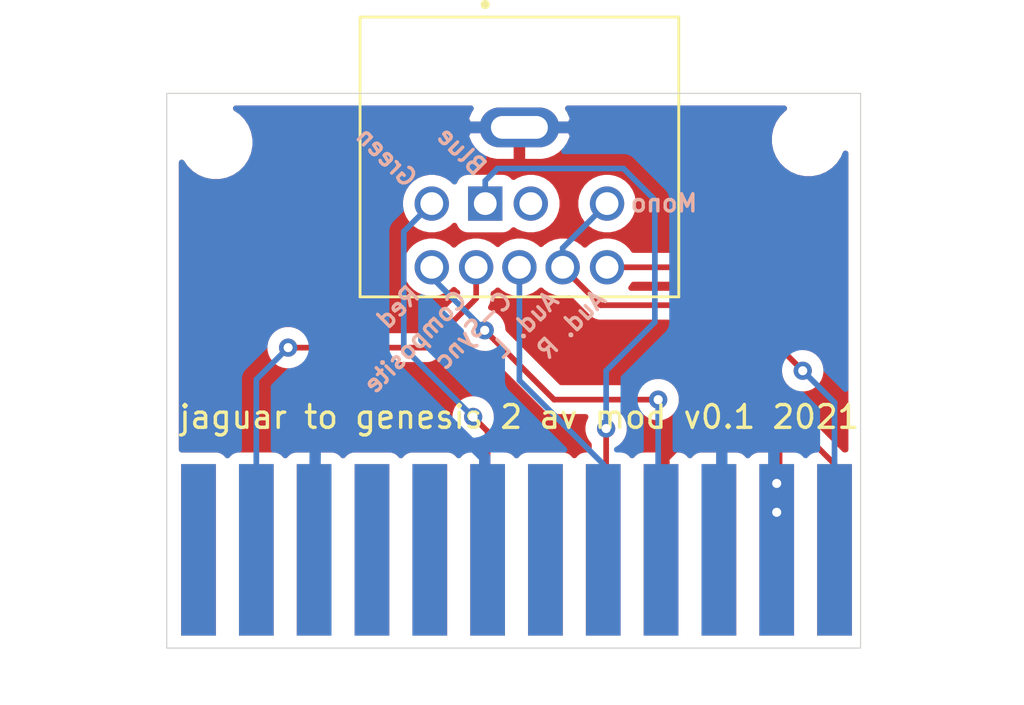
<source format=kicad_pcb>
(kicad_pcb (version 20171130) (host pcbnew "(5.1.5-0-10_14)")

  (general
    (thickness 1.6)
    (drawings 13)
    (tracks 74)
    (zones 0)
    (modules 4)
    (nets 21)
  )

  (page A4)
  (layers
    (0 F.Cu signal)
    (31 B.Cu signal)
    (32 B.Adhes user)
    (33 F.Adhes user)
    (34 B.Paste user)
    (35 F.Paste user)
    (36 B.SilkS user)
    (37 F.SilkS user)
    (38 B.Mask user)
    (39 F.Mask user)
    (40 Dwgs.User user)
    (41 Cmts.User user)
    (42 Eco1.User user)
    (43 Eco2.User user)
    (44 Edge.Cuts user)
    (45 Margin user)
    (46 B.CrtYd user)
    (47 F.CrtYd user)
    (48 B.Fab user)
    (49 F.Fab user)
  )

  (setup
    (last_trace_width 0.25)
    (user_trace_width 0.5)
    (trace_clearance 0.2)
    (zone_clearance 0.508)
    (zone_45_only no)
    (trace_min 0.2)
    (via_size 0.8)
    (via_drill 0.4)
    (via_min_size 0.4)
    (via_min_drill 0.3)
    (uvia_size 0.3)
    (uvia_drill 0.1)
    (uvias_allowed no)
    (uvia_min_size 0.2)
    (uvia_min_drill 0.1)
    (edge_width 0.05)
    (segment_width 0.2)
    (pcb_text_width 0.3)
    (pcb_text_size 1.5 1.5)
    (mod_edge_width 0.12)
    (mod_text_size 1 1)
    (mod_text_width 0.15)
    (pad_size 1.524 1.524)
    (pad_drill 0.762)
    (pad_to_mask_clearance 0.051)
    (solder_mask_min_width 0.25)
    (aux_axis_origin 0 0)
    (visible_elements FFFFFF7F)
    (pcbplotparams
      (layerselection 0x010fc_ffffffff)
      (usegerberextensions false)
      (usegerberattributes false)
      (usegerberadvancedattributes false)
      (creategerberjobfile false)
      (excludeedgelayer true)
      (linewidth 0.100000)
      (plotframeref false)
      (viasonmask false)
      (mode 1)
      (useauxorigin false)
      (hpglpennumber 1)
      (hpglpenspeed 20)
      (hpglpendiameter 15.000000)
      (psnegative false)
      (psa4output false)
      (plotreference true)
      (plotvalue true)
      (plotinvisibletext false)
      (padsonsilk false)
      (subtractmaskfromsilk false)
      (outputformat 1)
      (mirror false)
      (drillshape 1)
      (scaleselection 1)
      (outputdirectory ""))
  )

  (net 0 "")
  (net 1 "Net-(J1-Pad12B)")
  (net 2 /GND)
  (net 3 "Net-(J1-Pad9B)")
  (net 4 "Net-(J1-Pad8B)")
  (net 5 "Net-(J1-Pad6B)")
  (net 6 "Net-(J1-Pad1B)")
  (net 7 "Net-(J1-Pad12A)")
  (net 8 "Net-(J1-Pad11A)")
  (net 9 "Net-(J1-Pad10A)")
  (net 10 "Net-(J1-Pad9A)")
  (net 11 "Net-(J1-Pad8A)")
  (net 12 "Net-(J1-Pad6A)")
  (net 13 "Net-(J1-Pad3A)")
  (net 14 "Net-(J1-Pad1A)")
  (net 15 "Net-(J2-Pad2)")
  (net 16 /CVBS)
  (net 17 /C-Sync)
  (net 18 /Red)
  (net 19 /Green)
  (net 20 /Blue)

  (net_class Default "This is the default net class."
    (clearance 0.2)
    (trace_width 0.25)
    (via_dia 0.8)
    (via_drill 0.4)
    (uvia_dia 0.3)
    (uvia_drill 0.1)
    (add_net /Blue)
    (add_net /C-Sync)
    (add_net /CVBS)
    (add_net /GND)
    (add_net /Green)
    (add_net /Red)
    (add_net "Net-(J1-Pad10A)")
    (add_net "Net-(J1-Pad11A)")
    (add_net "Net-(J1-Pad12A)")
    (add_net "Net-(J1-Pad12B)")
    (add_net "Net-(J1-Pad1A)")
    (add_net "Net-(J1-Pad1B)")
    (add_net "Net-(J1-Pad3A)")
    (add_net "Net-(J1-Pad6A)")
    (add_net "Net-(J1-Pad6B)")
    (add_net "Net-(J1-Pad8A)")
    (add_net "Net-(J1-Pad8B)")
    (add_net "Net-(J1-Pad9A)")
    (add_net "Net-(J1-Pad9B)")
    (add_net "Net-(J2-Pad2)")
  )

  (module MountingHole:MountingHole_2.2mm_M2 (layer F.Cu) (tedit 56D1B4CB) (tstamp 606D10A0)
    (at 135.001 72.517)
    (descr "Mounting Hole 2.2mm, no annular, M2")
    (tags "mounting hole 2.2mm no annular m2")
    (attr virtual)
    (fp_text reference REF** (at 0 -3.2) (layer F.SilkS) hide
      (effects (font (size 1 1) (thickness 0.15)))
    )
    (fp_text value MountingHole_2.2mm_M2 (at 0 3.2) (layer F.Fab)
      (effects (font (size 1 1) (thickness 0.15)))
    )
    (fp_text user %R (at 0.3 0) (layer F.Fab)
      (effects (font (size 1 1) (thickness 0.15)))
    )
    (fp_circle (center 0 0) (end 2.2 0) (layer Cmts.User) (width 0.15))
    (fp_circle (center 0 0) (end 2.45 0) (layer F.CrtYd) (width 0.05))
    (pad 1 np_thru_hole circle (at 0 0) (size 2.2 2.2) (drill 2.2) (layers *.Cu *.Mask))
  )

  (module MountingHole:MountingHole_2.2mm_M2 (layer F.Cu) (tedit 56D1B4CB) (tstamp 606D0F77)
    (at 161.036 72.39)
    (descr "Mounting Hole 2.2mm, no annular, M2")
    (tags "mounting hole 2.2mm no annular m2")
    (attr virtual)
    (fp_text reference REF** (at 0 -3.2) (layer F.SilkS) hide
      (effects (font (size 1 1) (thickness 0.15)))
    )
    (fp_text value MountingHole_2.2mm_M2 (at 0 3.2) (layer F.Fab)
      (effects (font (size 1 1) (thickness 0.15)))
    )
    (fp_circle (center 0 0) (end 2.45 0) (layer F.CrtYd) (width 0.05))
    (fp_circle (center 0 0) (end 2.2 0) (layer Cmts.User) (width 0.15))
    (fp_text user %R (at 0.3 0) (layer F.Fab)
      (effects (font (size 1 1) (thickness 0.15)))
    )
    (pad 1 np_thru_hole circle (at 0 0) (size 2.2 2.2) (drill 2.2) (layers *.Cu *.Mask))
  )

  (module MD-90S:CUI_MD-90S (layer F.Cu) (tedit 606C9EEC) (tstamp 606CFF71)
    (at 148.336 73.152 180)
    (path /606D8453)
    (fp_text reference J2 (at -3.825 -9.035) (layer F.SilkS) hide
      (effects (font (size 1 1) (thickness 0.015)))
    )
    (fp_text value Genesis2AV (at -0.65 -7.535) (layer F.Fab)
      (effects (font (size 1 1) (thickness 0.015)))
    )
    (fp_circle (center 1.5 6.7) (end 1.6 6.7) (layer F.Fab) (width 0.2))
    (fp_circle (center 1.5 6.7) (end 1.6 6.7) (layer F.SilkS) (width 0.2))
    (fp_line (start -7 6.15) (end -7 -6.15) (layer F.SilkS) (width 0.127))
    (fp_line (start 7 6.15) (end 7 -6.15) (layer F.SilkS) (width 0.127))
    (fp_line (start 7.25 -6.4) (end 7.25 6.4) (layer F.CrtYd) (width 0.05))
    (fp_line (start -7.25 -6.4) (end 7.25 -6.4) (layer F.CrtYd) (width 0.05))
    (fp_line (start -7.25 6.4) (end -7.25 -6.4) (layer F.CrtYd) (width 0.05))
    (fp_line (start 7.25 6.4) (end -7.25 6.4) (layer F.CrtYd) (width 0.05))
    (fp_line (start -7 -6.15) (end 7 -6.15) (layer F.Fab) (width 0.127))
    (fp_line (start -7 6.15) (end -7 -6.15) (layer F.Fab) (width 0.127))
    (fp_line (start 7 6.15) (end -7 6.15) (layer F.Fab) (width 0.127))
    (fp_line (start 7 -6.15) (end 7 6.15) (layer F.Fab) (width 0.127))
    (fp_line (start -7 -6.15) (end 7 -6.15) (layer F.SilkS) (width 0.127))
    (fp_line (start 7 6.15) (end -7 6.15) (layer F.SilkS) (width 0.127))
    (pad 5 thru_hole circle (at 0 -4.85 180) (size 1.508 1.508) (drill 1) (layers *.Cu *.Mask)
      (net 17 /C-Sync))
    (pad 8 thru_hole circle (at -1.9 -4.85 180) (size 1.508 1.508) (drill 1) (layers *.Cu *.Mask)
      (net 14 "Net-(J1-Pad1A)"))
    (pad 4 thru_hole circle (at 1.9 -4.85 180) (size 1.508 1.508) (drill 1) (layers *.Cu *.Mask)
      (net 16 /CVBS))
    (pad 2 thru_hole circle (at -0.5 -2.05 180) (size 1.508 1.508) (drill 1) (layers *.Cu *.Mask)
      (net 15 "Net-(J2-Pad2)"))
    (pad 9 thru_hole circle (at -3.85 -4.85 180) (size 1.508 1.508) (drill 1) (layers *.Cu *.Mask)
      (net 6 "Net-(J1-Pad1B)"))
    (pad 6 thru_hole circle (at -3.85 -2.05 180) (size 1.508 1.508) (drill 1) (layers *.Cu *.Mask)
      (net 14 "Net-(J1-Pad1A)"))
    (pad 3 thru_hole circle (at 3.85 -2.05 180) (size 1.508 1.508) (drill 1) (layers *.Cu *.Mask)
      (net 19 /Green))
    (pad 7 thru_hole circle (at 3.85 -4.85 180) (size 1.508 1.508) (drill 1) (layers *.Cu *.Mask)
      (net 18 /Red))
    (pad 1 thru_hole rect (at 1.5 -2.05 180) (size 1.508 1.508) (drill 1) (layers *.Cu *.Mask)
      (net 20 /Blue))
    (pad SH thru_hole oval (at 0 1.3 180) (size 3.5 1.75) (drill oval 2.5 1) (layers *.Cu *.Mask)
      (net 2 /GND))
  )

  (module JaguarAV:JaguarAV_24p (layer F.Cu) (tedit 606C9A8E) (tstamp 606CFF55)
    (at 148.209 90.043)
    (path /606CADB8)
    (fp_text reference J1 (at 0 -5.08) (layer F.SilkS) hide
      (effects (font (size 1 1) (thickness 0.15)))
    )
    (fp_text value JaguarAV_24 (at 0 6.35) (layer F.Fab)
      (effects (font (size 1 1) (thickness 0.15)))
    )
    (pad 12B smd custom (at -13.97 0.381) (size 1.524 7.54) (layers B.Cu B.Paste B.Mask)
      (net 1 "Net-(J1-Pad12B)") (zone_connect 0)
      (options (clearance outline) (anchor rect))
      (primitives
      ))
    (pad 11B smd custom (at -11.43 0.381) (size 1.524 7.54) (layers B.Cu B.Paste B.Mask)
      (net 16 /CVBS) (zone_connect 0)
      (options (clearance outline) (anchor rect))
      (primitives
      ))
    (pad 10B smd custom (at -8.89 0.381) (size 1.524 7.54) (layers B.Cu B.Paste B.Mask)
      (net 2 /GND) (zone_connect 0)
      (options (clearance outline) (anchor rect))
      (primitives
      ))
    (pad 9B smd custom (at -6.35 0.381) (size 1.524 7.54) (layers B.Cu B.Paste B.Mask)
      (net 3 "Net-(J1-Pad9B)") (zone_connect 0)
      (options (clearance outline) (anchor rect))
      (primitives
      ))
    (pad 8B smd custom (at -3.81 0.381) (size 1.524 7.54) (layers B.Cu B.Paste B.Mask)
      (net 4 "Net-(J1-Pad8B)") (zone_connect 0)
      (options (clearance outline) (anchor rect))
      (primitives
      ))
    (pad 7B smd custom (at -1.27 0.381) (size 1.524 7.54) (layers B.Cu B.Paste B.Mask)
      (net 2 /GND) (zone_connect 0)
      (options (clearance outline) (anchor rect))
      (primitives
      ))
    (pad 6B smd custom (at 1.27 0.381) (size 1.524 7.54) (layers B.Cu B.Paste B.Mask)
      (net 5 "Net-(J1-Pad6B)") (zone_connect 0)
      (options (clearance outline) (anchor rect))
      (primitives
      ))
    (pad 5B smd custom (at 3.81 0.381) (size 1.524 7.54) (layers B.Cu B.Paste B.Mask)
      (net 17 /C-Sync) (zone_connect 0)
      (options (clearance outline) (anchor rect))
      (primitives
      ))
    (pad 4B smd custom (at 6.35 0.381) (size 1.524 7.54) (layers B.Cu B.Paste B.Mask)
      (net 18 /Red) (zone_connect 0)
      (options (clearance outline) (anchor rect))
      (primitives
      ))
    (pad 3B smd custom (at 8.89 0.381) (size 1.524 7.54) (layers B.Cu B.Paste B.Mask)
      (net 2 /GND) (zone_connect 0)
      (options (clearance outline) (anchor rect))
      (primitives
      ))
    (pad 2B smd custom (at 11.43 0.381) (size 1.524 7.54) (layers B.Cu B.Paste B.Mask)
      (net 2 /GND) (zone_connect 0)
      (options (clearance outline) (anchor rect))
      (primitives
      ))
    (pad 1B smd custom (at 13.97 0.381) (size 1.524 7.54) (layers B.Cu B.Paste B.Mask)
      (net 6 "Net-(J1-Pad1B)") (zone_connect 0)
      (options (clearance outline) (anchor rect))
      (primitives
      ))
    (pad 12A smd custom (at -13.97 0.381) (size 1.524 7.54) (layers F.Cu F.Paste F.Mask)
      (net 7 "Net-(J1-Pad12A)") (zone_connect 0)
      (options (clearance outline) (anchor rect))
      (primitives
      ))
    (pad 11A smd custom (at -11.43 0.381) (size 1.524 7.54) (layers F.Cu F.Paste F.Mask)
      (net 8 "Net-(J1-Pad11A)") (zone_connect 0)
      (options (clearance outline) (anchor rect))
      (primitives
      ))
    (pad 10A smd custom (at -8.89 0.381) (size 1.524 7.54) (layers F.Cu F.Paste F.Mask)
      (net 9 "Net-(J1-Pad10A)") (zone_connect 0)
      (options (clearance outline) (anchor rect))
      (primitives
      ))
    (pad 9A smd custom (at -6.35 0.381) (size 1.524 7.54) (layers F.Cu F.Paste F.Mask)
      (net 10 "Net-(J1-Pad9A)") (zone_connect 0)
      (options (clearance outline) (anchor rect))
      (primitives
      ))
    (pad 8A smd custom (at -3.81 0.381) (size 1.524 7.54) (layers F.Cu F.Paste F.Mask)
      (net 11 "Net-(J1-Pad8A)") (zone_connect 0)
      (options (clearance outline) (anchor rect))
      (primitives
      ))
    (pad 7A smd custom (at -1.27 0.381) (size 1.524 7.54) (layers F.Cu F.Paste F.Mask)
      (net 19 /Green) (zone_connect 0)
      (options (clearance outline) (anchor rect))
      (primitives
      ))
    (pad 6A smd custom (at 1.27 0.381) (size 1.524 7.54) (layers F.Cu F.Paste F.Mask)
      (net 12 "Net-(J1-Pad6A)") (zone_connect 0)
      (options (clearance outline) (anchor rect))
      (primitives
      ))
    (pad 5A smd custom (at 3.81 0.381) (size 1.524 7.54) (layers F.Cu F.Paste F.Mask)
      (net 20 /Blue) (zone_connect 0)
      (options (clearance outline) (anchor rect))
      (primitives
      ))
    (pad 4A smd custom (at 6.35 0.381) (size 1.524 7.54) (layers F.Cu F.Paste F.Mask)
      (net 2 /GND) (zone_connect 0)
      (options (clearance outline) (anchor rect))
      (primitives
      ))
    (pad 3A smd custom (at 8.89 0.381) (size 1.524 7.54) (layers F.Cu F.Paste F.Mask)
      (net 13 "Net-(J1-Pad3A)") (zone_connect 0)
      (options (clearance outline) (anchor rect))
      (primitives
      ))
    (pad 2A smd custom (at 11.43 0.381) (size 1.524 7.54) (layers F.Cu F.Paste F.Mask)
      (net 2 /GND) (zone_connect 0)
      (options (clearance outline) (anchor rect))
      (primitives
      ))
    (pad 1A smd custom (at 13.97 0.381) (size 1.524 7.54) (layers F.Cu F.Paste F.Mask)
      (net 14 "Net-(J1-Pad1A)") (zone_connect 0)
      (options (clearance outline) (anchor rect))
      (primitives
      ))
  )

  (gr_text "Aud. R" (at 150.622 80.518 45) (layer B.SilkS) (tstamp 606D0896)
    (effects (font (size 0.75 0.75) (thickness 0.15)) (justify mirror))
  )
  (gr_text "Aud. L" (at 148.59 80.518 45) (layer B.SilkS) (tstamp 606D0892)
    (effects (font (size 0.75 0.75) (thickness 0.15)) (justify mirror))
  )
  (gr_text "Mono\n" (at 154.686 75.184) (layer B.SilkS)
    (effects (font (size 0.75 0.75) (thickness 0.15)) (justify mirror))
  )
  (gr_text Blue (at 145.796 72.898 -45) (layer B.SilkS)
    (effects (font (size 0.75 0.75) (thickness 0.15)) (justify mirror))
  )
  (gr_text Green (at 142.494 73.152 -45) (layer B.SilkS) (tstamp 606D085C)
    (effects (font (size 0.75 0.75) (thickness 0.15)) (justify mirror))
  )
  (gr_text C-Sync (at 146.304 80.772 45) (layer B.SilkS) (tstamp 606D084E)
    (effects (font (size 0.75 0.75) (thickness 0.15)) (justify mirror))
  )
  (gr_text Composite (at 143.764 81.28 45) (layer B.SilkS) (tstamp 606D0848)
    (effects (font (size 0.75 0.75) (thickness 0.15)) (justify mirror))
  )
  (gr_text Red (at 143.002 79.756 45) (layer B.SilkS)
    (effects (font (size 0.75 0.75) (thickness 0.15)) (justify mirror))
  )
  (gr_text "jaguar to genesis 2 av mod v0.1 2021" (at 148.336 84.582) (layer F.SilkS)
    (effects (font (size 1 1) (thickness 0.15)))
  )
  (gr_line (start 163.322 70.358) (end 132.842 70.358) (layer Edge.Cuts) (width 0.05) (tstamp 606D009D))
  (gr_line (start 163.322 94.742) (end 163.322 70.358) (layer Edge.Cuts) (width 0.05))
  (gr_line (start 132.842 94.742) (end 132.842 70.358) (layer Edge.Cuts) (width 0.05))
  (gr_line (start 163.322 94.742) (end 132.842 94.742) (layer Edge.Cuts) (width 0.05))

  (segment (start 136.779 82.931) (end 138.176 81.534) (width 0.25) (layer B.Cu) (net 16))
  (via (at 138.176 81.534) (size 0.8) (drill 0.4) (layers F.Cu B.Cu) (net 16))
  (segment (start 136.779 90.424) (end 136.779 82.931) (width 0.25) (layer B.Cu) (net 16) (status 10))
  (segment (start 138.176 81.534) (end 144.272 81.534) (width 0.25) (layer F.Cu) (net 16))
  (segment (start 146.436 79.37) (end 146.436 78.002) (width 0.25) (layer F.Cu) (net 16) (status 20))
  (segment (start 144.272 81.534) (end 146.436 79.37) (width 0.25) (layer F.Cu) (net 16))
  (segment (start 142.778 71.852) (end 148.336 71.852) (width 0.5) (layer B.Cu) (net 2) (status 20))
  (segment (start 139.319 75.311) (end 142.778 71.852) (width 0.5) (layer B.Cu) (net 2))
  (segment (start 159.639 90.424) (end 159.639 88.773) (width 0.5) (layer B.Cu) (net 2) (status 30))
  (segment (start 159.639 88.773) (end 159.512 88.646) (width 0.5) (layer B.Cu) (net 2) (status 30))
  (segment (start 155.926 71.852) (end 148.336 71.852) (width 0.5) (layer B.Cu) (net 2) (status 20))
  (segment (start 159.512 75.438) (end 155.926 71.852) (width 0.5) (layer B.Cu) (net 2))
  (segment (start 146.939 90.424) (end 146.939 87.757) (width 0.5) (layer B.Cu) (net 2) (status 30))
  (segment (start 146.939 87.757) (end 146.812 87.63) (width 0.5) (layer B.Cu) (net 2) (status 30))
  (segment (start 146.812 87.63) (end 146.812 86.36) (width 0.5) (layer B.Cu) (net 2) (status 10))
  (segment (start 139.446 78.994) (end 139.446 78.74) (width 0.5) (layer B.Cu) (net 2))
  (segment (start 146.812 86.36) (end 139.446 78.994) (width 0.5) (layer B.Cu) (net 2))
  (segment (start 139.446 78.74) (end 139.319 75.311) (width 0.5) (layer B.Cu) (net 2))
  (segment (start 139.319 90.424) (end 139.446 78.74) (width 0.5) (layer B.Cu) (net 2) (status 10))
  (segment (start 159.639 85.725) (end 159.639 87.503) (width 0.5) (layer F.Cu) (net 2) (status 20))
  (segment (start 156.718 84.328) (end 158.242 84.328) (width 0.5) (layer F.Cu) (net 2))
  (segment (start 154.686 86.36) (end 156.718 84.328) (width 0.5) (layer F.Cu) (net 2))
  (segment (start 158.242 84.328) (end 159.639 85.725) (width 0.5) (layer F.Cu) (net 2))
  (segment (start 154.559 90.424) (end 154.559 88.265) (width 0.5) (layer F.Cu) (net 2) (status 30))
  (segment (start 154.686 88.138) (end 154.686 86.36) (width 0.5) (layer F.Cu) (net 2) (status 10))
  (segment (start 154.559 88.265) (end 154.686 88.138) (width 0.5) (layer F.Cu) (net 2) (status 30))
  (segment (start 157.099 90.424) (end 157.099 89.281) (width 0.5) (layer B.Cu) (net 2) (status 30))
  (segment (start 157.099 89.281) (end 157.226 89.154) (width 0.5) (layer B.Cu) (net 2) (status 30))
  (segment (start 157.226 89.154) (end 157.226 82.55) (width 0.5) (layer B.Cu) (net 2) (status 10))
  (segment (start 157.226 82.55) (end 159.512 80.264) (width 0.5) (layer B.Cu) (net 2))
  (segment (start 159.512 80.264) (end 159.512 75.438) (width 0.5) (layer B.Cu) (net 2))
  (segment (start 159.512 88.646) (end 159.512 80.264) (width 0.5) (layer B.Cu) (net 2) (status 10))
  (via (at 159.639 88.773) (size 0.8) (drill 0.4) (layers F.Cu B.Cu) (net 2) (status 30))
  (segment (start 159.639 87.503) (end 159.639 90.424) (width 0.5) (layer F.Cu) (net 2) (tstamp 606D0149) (status 30))
  (via (at 159.639 87.503) (size 0.8) (drill 0.4) (layers F.Cu B.Cu) (net 2) (status 30))
  (segment (start 152.019 86.654) (end 148.336 82.971) (width 0.25) (layer B.Cu) (net 17) (status 10))
  (segment (start 152.019 90.424) (end 152.019 86.654) (width 0.25) (layer B.Cu) (net 17) (status 30))
  (segment (start 148.336 82.971) (end 148.336 78.002) (width 0.25) (layer B.Cu) (net 17) (status 20))
  (segment (start 154.559 90.424) (end 154.559 88.773) (width 0.25) (layer B.Cu) (net 18) (status 30))
  (segment (start 154.559 88.773) (end 154.432 88.646) (width 0.25) (layer B.Cu) (net 18) (status 30))
  (via (at 154.432 83.82) (size 0.8) (drill 0.4) (layers F.Cu B.Cu) (net 18))
  (segment (start 154.432 88.646) (end 154.432 83.82) (width 0.25) (layer B.Cu) (net 18) (status 10))
  (via (at 146.812 80.772) (size 0.8) (drill 0.4) (layers F.Cu B.Cu) (net 18))
  (segment (start 149.86 83.82) (end 146.812 80.772) (width 0.25) (layer F.Cu) (net 18))
  (segment (start 154.432 83.82) (end 149.86 83.82) (width 0.25) (layer F.Cu) (net 18))
  (segment (start 144.486 78.446) (end 144.486 78.002) (width 0.25) (layer B.Cu) (net 18) (status 30))
  (segment (start 146.812 80.772) (end 144.486 78.446) (width 0.25) (layer B.Cu) (net 18) (status 20))
  (segment (start 162.179 90.424) (end 162.179 83.947) (width 0.25) (layer B.Cu) (net 6) (status 10))
  (via (at 160.782 82.55) (size 0.8) (drill 0.4) (layers F.Cu B.Cu) (net 6))
  (segment (start 162.179 83.947) (end 160.782 82.55) (width 0.25) (layer B.Cu) (net 6))
  (segment (start 156.234 78.002) (end 152.186 78.002) (width 0.25) (layer F.Cu) (net 6) (status 20))
  (segment (start 160.782 82.55) (end 156.234 78.002) (width 0.25) (layer F.Cu) (net 6))
  (segment (start 144.486 75.202) (end 143.256 76.432) (width 0.25) (layer B.Cu) (net 19) (tstamp 606D0861) (status 10))
  (via (at 146.304 84.582) (size 0.8) (drill 0.4) (layers F.Cu B.Cu) (net 19))
  (segment (start 143.256 81.534) (end 146.304 84.582) (width 0.25) (layer B.Cu) (net 19))
  (segment (start 143.256 76.432) (end 143.256 81.534) (width 0.25) (layer B.Cu) (net 19))
  (segment (start 146.939 85.217) (end 146.939 90.424) (width 0.25) (layer F.Cu) (net 19) (status 20))
  (segment (start 146.304 84.582) (end 146.939 85.217) (width 0.25) (layer F.Cu) (net 19))
  (via (at 152.146 85.09) (size 0.8) (drill 0.4) (layers F.Cu B.Cu) (net 20))
  (segment (start 152.146 90.297) (end 152.019 90.424) (width 0.25) (layer F.Cu) (net 20) (status 30))
  (segment (start 152.146 85.09) (end 152.146 90.297) (width 0.25) (layer F.Cu) (net 20) (status 20))
  (segment (start 150.236 77.152) (end 150.236 78.002) (width 0.25) (layer B.Cu) (net 14) (status 20))
  (segment (start 152.186 75.202) (end 150.236 77.152) (width 0.25) (layer B.Cu) (net 14) (status 10))
  (segment (start 162.179 86.654) (end 155.194 79.669) (width 0.25) (layer F.Cu) (net 14) (status 10))
  (segment (start 162.179 90.424) (end 162.179 86.654) (width 0.25) (layer F.Cu) (net 14) (status 30))
  (segment (start 151.903 79.669) (end 150.236 78.002) (width 0.25) (layer F.Cu) (net 14) (status 20))
  (segment (start 155.194 79.669) (end 151.903 79.669) (width 0.25) (layer F.Cu) (net 14))
  (segment (start 147.374 73.66) (end 146.836 74.198) (width 0.25) (layer B.Cu) (net 20))
  (segment (start 152.146 82.55) (end 154.286001 80.409999) (width 0.25) (layer B.Cu) (net 20))
  (segment (start 152.908 73.66) (end 147.374 73.66) (width 0.25) (layer B.Cu) (net 20))
  (segment (start 146.836 74.198) (end 146.836 75.202) (width 0.25) (layer B.Cu) (net 20) (status 20))
  (segment (start 154.286001 75.038001) (end 152.908 73.66) (width 0.25) (layer B.Cu) (net 20))
  (segment (start 154.286001 80.409999) (end 154.286001 75.038001) (width 0.25) (layer B.Cu) (net 20))
  (segment (start 152.146 85.09) (end 152.146 82.55) (width 0.25) (layer B.Cu) (net 20))

  (zone (net 2) (net_name /GND) (layer B.Cu) (tstamp 0) (hatch edge 0.508)
    (connect_pads (clearance 0.508))
    (min_thickness 0.254)
    (fill yes (arc_segments 32) (thermal_gap 0.508) (thermal_bridge_width 0.508))
    (polygon
      (pts
        (xy 164.084 70.104) (xy 164.084 91.186) (xy 131.826 91.44) (xy 131.826 69.088)
      )
    )
    (filled_polygon
      (pts
        (xy 146.134923 71.118686) (xy 146.017341 71.391481) (xy 145.994742 71.491184) (xy 146.115731 71.725) (xy 148.209 71.725)
        (xy 148.209 71.705) (xy 148.463 71.705) (xy 148.463 71.725) (xy 150.556269 71.725) (xy 150.677258 71.491184)
        (xy 150.654659 71.391481) (xy 150.537077 71.118686) (xy 150.467703 71.018) (xy 159.966425 71.018) (xy 159.930002 71.042337)
        (xy 159.688337 71.284002) (xy 159.498463 71.568169) (xy 159.367675 71.883919) (xy 159.301 72.219117) (xy 159.301 72.560883)
        (xy 159.367675 72.896081) (xy 159.498463 73.211831) (xy 159.688337 73.495998) (xy 159.930002 73.737663) (xy 160.214169 73.927537)
        (xy 160.529919 74.058325) (xy 160.865117 74.125) (xy 161.206883 74.125) (xy 161.542081 74.058325) (xy 161.857831 73.927537)
        (xy 162.141998 73.737663) (xy 162.383663 73.495998) (xy 162.573537 73.211831) (xy 162.662001 72.99826) (xy 162.662 83.355199)
        (xy 161.817 82.510199) (xy 161.817 82.448061) (xy 161.777226 82.248102) (xy 161.699205 82.059744) (xy 161.585937 81.890226)
        (xy 161.441774 81.746063) (xy 161.272256 81.632795) (xy 161.083898 81.554774) (xy 160.883939 81.515) (xy 160.680061 81.515)
        (xy 160.480102 81.554774) (xy 160.291744 81.632795) (xy 160.122226 81.746063) (xy 159.978063 81.890226) (xy 159.864795 82.059744)
        (xy 159.786774 82.248102) (xy 159.747 82.448061) (xy 159.747 82.651939) (xy 159.786774 82.851898) (xy 159.864795 83.040256)
        (xy 159.978063 83.209774) (xy 160.122226 83.353937) (xy 160.291744 83.467205) (xy 160.480102 83.545226) (xy 160.680061 83.585)
        (xy 160.742199 83.585) (xy 161.419001 84.261803) (xy 161.419001 86.015928) (xy 161.417 86.015928) (xy 161.292518 86.028188)
        (xy 161.17282 86.064498) (xy 161.062506 86.123463) (xy 160.965815 86.202815) (xy 160.909 86.272044) (xy 160.852185 86.202815)
        (xy 160.755494 86.123463) (xy 160.64518 86.064498) (xy 160.525482 86.028188) (xy 160.401 86.015928) (xy 158.877 86.015928)
        (xy 158.752518 86.028188) (xy 158.63282 86.064498) (xy 158.522506 86.123463) (xy 158.425815 86.202815) (xy 158.369 86.272044)
        (xy 158.312185 86.202815) (xy 158.215494 86.123463) (xy 158.10518 86.064498) (xy 157.985482 86.028188) (xy 157.861 86.015928)
        (xy 156.337 86.015928) (xy 156.212518 86.028188) (xy 156.09282 86.064498) (xy 155.982506 86.123463) (xy 155.885815 86.202815)
        (xy 155.829 86.272044) (xy 155.772185 86.202815) (xy 155.675494 86.123463) (xy 155.56518 86.064498) (xy 155.445482 86.028188)
        (xy 155.321 86.015928) (xy 155.192 86.015928) (xy 155.192 84.523711) (xy 155.235937 84.479774) (xy 155.349205 84.310256)
        (xy 155.427226 84.121898) (xy 155.467 83.921939) (xy 155.467 83.718061) (xy 155.427226 83.518102) (xy 155.349205 83.329744)
        (xy 155.235937 83.160226) (xy 155.091774 83.016063) (xy 154.922256 82.902795) (xy 154.733898 82.824774) (xy 154.533939 82.785)
        (xy 154.330061 82.785) (xy 154.130102 82.824774) (xy 153.941744 82.902795) (xy 153.772226 83.016063) (xy 153.628063 83.160226)
        (xy 153.514795 83.329744) (xy 153.436774 83.518102) (xy 153.397 83.718061) (xy 153.397 83.921939) (xy 153.436774 84.121898)
        (xy 153.514795 84.310256) (xy 153.628063 84.479774) (xy 153.672001 84.523712) (xy 153.672001 86.028345) (xy 153.55282 86.064498)
        (xy 153.442506 86.123463) (xy 153.345815 86.202815) (xy 153.289 86.272044) (xy 153.232185 86.202815) (xy 153.135494 86.123463)
        (xy 153.02518 86.064498) (xy 152.905482 86.028188) (xy 152.781 86.015928) (xy 152.615197 86.015928) (xy 152.636256 86.007205)
        (xy 152.805774 85.893937) (xy 152.949937 85.749774) (xy 153.063205 85.580256) (xy 153.141226 85.391898) (xy 153.181 85.191939)
        (xy 153.181 84.988061) (xy 153.141226 84.788102) (xy 153.063205 84.599744) (xy 152.949937 84.430226) (xy 152.906 84.386289)
        (xy 152.906 82.864801) (xy 154.79701 80.973793) (xy 154.826002 80.95) (xy 154.849796 80.921007) (xy 154.8498 80.921003)
        (xy 154.920974 80.834276) (xy 154.920975 80.834275) (xy 154.991547 80.702246) (xy 155.035004 80.558985) (xy 155.046001 80.447332)
        (xy 155.046001 80.447323) (xy 155.049677 80.41) (xy 155.046001 80.372677) (xy 155.046001 75.075326) (xy 155.049677 75.038001)
        (xy 155.046001 75.000676) (xy 155.046001 75.000668) (xy 155.035004 74.889015) (xy 154.991547 74.745754) (xy 154.920975 74.613725)
        (xy 154.826002 74.498) (xy 154.797004 74.474202) (xy 153.471804 73.149003) (xy 153.448001 73.119999) (xy 153.332276 73.025026)
        (xy 153.200247 72.954454) (xy 153.056986 72.910997) (xy 152.945333 72.9) (xy 152.945322 72.9) (xy 152.908 72.896324)
        (xy 152.870678 72.9) (xy 150.296434 72.9) (xy 150.368534 72.829928) (xy 150.537077 72.585314) (xy 150.654659 72.312519)
        (xy 150.677258 72.212816) (xy 150.556269 71.979) (xy 148.463 71.979) (xy 148.463 71.999) (xy 148.209 71.999)
        (xy 148.209 71.979) (xy 146.115731 71.979) (xy 145.994742 72.212816) (xy 146.017341 72.312519) (xy 146.134923 72.585314)
        (xy 146.303466 72.829928) (xy 146.516492 73.036961) (xy 146.762736 73.196462) (xy 146.325002 73.634197) (xy 146.295999 73.657999)
        (xy 146.240871 73.725174) (xy 146.201026 73.773724) (xy 146.181674 73.809928) (xy 146.082 73.809928) (xy 145.957518 73.822188)
        (xy 145.83782 73.858498) (xy 145.727506 73.917463) (xy 145.630815 73.996815) (xy 145.551463 74.093506) (xy 145.492498 74.20382)
        (xy 145.48311 74.234767) (xy 145.371436 74.123093) (xy 145.143938 73.971084) (xy 144.891156 73.866378) (xy 144.622805 73.813)
        (xy 144.349195 73.813) (xy 144.080844 73.866378) (xy 143.828062 73.971084) (xy 143.600564 74.123093) (xy 143.407093 74.316564)
        (xy 143.255084 74.544062) (xy 143.150378 74.796844) (xy 143.097 75.065195) (xy 143.097 75.338805) (xy 143.126431 75.486767)
        (xy 142.745003 75.868196) (xy 142.715999 75.891999) (xy 142.667576 75.951003) (xy 142.621026 76.007724) (xy 142.582136 76.080482)
        (xy 142.550454 76.139754) (xy 142.506997 76.283015) (xy 142.496 76.394668) (xy 142.496 76.394678) (xy 142.492324 76.432)
        (xy 142.496 76.469323) (xy 142.496001 81.496668) (xy 142.492324 81.534) (xy 142.496001 81.571333) (xy 142.506998 81.682986)
        (xy 142.52018 81.726442) (xy 142.550454 81.826246) (xy 142.621026 81.958276) (xy 142.675175 82.024256) (xy 142.716 82.074001)
        (xy 142.744998 82.097799) (xy 145.269 84.621802) (xy 145.269 84.683939) (xy 145.308774 84.883898) (xy 145.386795 85.072256)
        (xy 145.500063 85.241774) (xy 145.644226 85.385937) (xy 145.813744 85.499205) (xy 146.002102 85.577226) (xy 146.202061 85.617)
        (xy 146.405939 85.617) (xy 146.605898 85.577226) (xy 146.794256 85.499205) (xy 146.963774 85.385937) (xy 147.107937 85.241774)
        (xy 147.221205 85.072256) (xy 147.299226 84.883898) (xy 147.339 84.683939) (xy 147.339 84.480061) (xy 147.299226 84.280102)
        (xy 147.221205 84.091744) (xy 147.107937 83.922226) (xy 146.963774 83.778063) (xy 146.794256 83.664795) (xy 146.605898 83.586774)
        (xy 146.405939 83.547) (xy 146.343802 83.547) (xy 144.016 81.219199) (xy 144.016 79.310763) (xy 144.080844 79.337622)
        (xy 144.349195 79.391) (xy 144.356199 79.391) (xy 145.777 80.811802) (xy 145.777 80.873939) (xy 145.816774 81.073898)
        (xy 145.894795 81.262256) (xy 146.008063 81.431774) (xy 146.152226 81.575937) (xy 146.321744 81.689205) (xy 146.510102 81.767226)
        (xy 146.710061 81.807) (xy 146.913939 81.807) (xy 147.113898 81.767226) (xy 147.302256 81.689205) (xy 147.471774 81.575937)
        (xy 147.576 81.471711) (xy 147.576 82.933677) (xy 147.572324 82.971) (xy 147.576 83.008322) (xy 147.576 83.008332)
        (xy 147.586997 83.119985) (xy 147.623844 83.241454) (xy 147.630454 83.263246) (xy 147.701026 83.395276) (xy 147.734445 83.435997)
        (xy 147.795999 83.511001) (xy 147.825003 83.534804) (xy 150.313241 86.023043) (xy 150.241 86.015928) (xy 148.717 86.015928)
        (xy 148.592518 86.028188) (xy 148.47282 86.064498) (xy 148.362506 86.123463) (xy 148.265815 86.202815) (xy 148.209 86.272044)
        (xy 148.152185 86.202815) (xy 148.055494 86.123463) (xy 147.94518 86.064498) (xy 147.825482 86.028188) (xy 147.701 86.015928)
        (xy 146.177 86.015928) (xy 146.052518 86.028188) (xy 145.93282 86.064498) (xy 145.822506 86.123463) (xy 145.725815 86.202815)
        (xy 145.669 86.272044) (xy 145.612185 86.202815) (xy 145.515494 86.123463) (xy 145.40518 86.064498) (xy 145.285482 86.028188)
        (xy 145.161 86.015928) (xy 143.637 86.015928) (xy 143.512518 86.028188) (xy 143.39282 86.064498) (xy 143.282506 86.123463)
        (xy 143.185815 86.202815) (xy 143.129 86.272044) (xy 143.072185 86.202815) (xy 142.975494 86.123463) (xy 142.86518 86.064498)
        (xy 142.745482 86.028188) (xy 142.621 86.015928) (xy 141.097 86.015928) (xy 140.972518 86.028188) (xy 140.85282 86.064498)
        (xy 140.742506 86.123463) (xy 140.645815 86.202815) (xy 140.589 86.272044) (xy 140.532185 86.202815) (xy 140.435494 86.123463)
        (xy 140.32518 86.064498) (xy 140.205482 86.028188) (xy 140.081 86.015928) (xy 138.557 86.015928) (xy 138.432518 86.028188)
        (xy 138.31282 86.064498) (xy 138.202506 86.123463) (xy 138.105815 86.202815) (xy 138.049 86.272044) (xy 137.992185 86.202815)
        (xy 137.895494 86.123463) (xy 137.78518 86.064498) (xy 137.665482 86.028188) (xy 137.541 86.015928) (xy 137.539 86.015928)
        (xy 137.539 83.245801) (xy 138.215802 82.569) (xy 138.277939 82.569) (xy 138.477898 82.529226) (xy 138.666256 82.451205)
        (xy 138.835774 82.337937) (xy 138.979937 82.193774) (xy 139.093205 82.024256) (xy 139.171226 81.835898) (xy 139.211 81.635939)
        (xy 139.211 81.432061) (xy 139.171226 81.232102) (xy 139.093205 81.043744) (xy 138.979937 80.874226) (xy 138.835774 80.730063)
        (xy 138.666256 80.616795) (xy 138.477898 80.538774) (xy 138.277939 80.499) (xy 138.074061 80.499) (xy 137.874102 80.538774)
        (xy 137.685744 80.616795) (xy 137.516226 80.730063) (xy 137.372063 80.874226) (xy 137.258795 81.043744) (xy 137.180774 81.232102)
        (xy 137.141 81.432061) (xy 137.141 81.494198) (xy 136.267998 82.367201) (xy 136.239 82.390999) (xy 136.215202 82.419997)
        (xy 136.215201 82.419998) (xy 136.144026 82.506724) (xy 136.073454 82.638754) (xy 136.069455 82.651939) (xy 136.029998 82.782014)
        (xy 136.024066 82.842246) (xy 136.015324 82.931) (xy 136.019001 82.968332) (xy 136.019001 86.015928) (xy 136.017 86.015928)
        (xy 135.892518 86.028188) (xy 135.77282 86.064498) (xy 135.662506 86.123463) (xy 135.565815 86.202815) (xy 135.509 86.272044)
        (xy 135.452185 86.202815) (xy 135.355494 86.123463) (xy 135.24518 86.064498) (xy 135.125482 86.028188) (xy 135.001 86.015928)
        (xy 133.502 86.015928) (xy 133.502 73.396506) (xy 133.653337 73.622998) (xy 133.895002 73.864663) (xy 134.179169 74.054537)
        (xy 134.494919 74.185325) (xy 134.830117 74.252) (xy 135.171883 74.252) (xy 135.507081 74.185325) (xy 135.822831 74.054537)
        (xy 136.106998 73.864663) (xy 136.348663 73.622998) (xy 136.538537 73.338831) (xy 136.669325 73.023081) (xy 136.736 72.687883)
        (xy 136.736 72.346117) (xy 136.669325 72.010919) (xy 136.538537 71.695169) (xy 136.348663 71.411002) (xy 136.106998 71.169337)
        (xy 135.880506 71.018) (xy 146.204297 71.018)
      )
    )
  )
  (zone (net 2) (net_name /GND) (layer F.Cu) (tstamp 0) (hatch edge 0.508)
    (connect_pads (clearance 0.508))
    (min_thickness 0.254)
    (fill yes (arc_segments 32) (thermal_gap 0.508) (thermal_bridge_width 0.508))
    (polygon
      (pts
        (xy 164.592 69.088) (xy 164.592 91.44) (xy 131.572 91.694) (xy 130.556 68.58)
      )
    )
    (filled_polygon
      (pts
        (xy 146.134923 71.118686) (xy 146.017341 71.391481) (xy 145.994742 71.491184) (xy 146.115731 71.725) (xy 148.209 71.725)
        (xy 148.209 71.705) (xy 148.463 71.705) (xy 148.463 71.725) (xy 150.556269 71.725) (xy 150.677258 71.491184)
        (xy 150.654659 71.391481) (xy 150.537077 71.118686) (xy 150.467703 71.018) (xy 159.966425 71.018) (xy 159.930002 71.042337)
        (xy 159.688337 71.284002) (xy 159.498463 71.568169) (xy 159.367675 71.883919) (xy 159.301 72.219117) (xy 159.301 72.560883)
        (xy 159.367675 72.896081) (xy 159.498463 73.211831) (xy 159.688337 73.495998) (xy 159.930002 73.737663) (xy 160.214169 73.927537)
        (xy 160.529919 74.058325) (xy 160.865117 74.125) (xy 161.206883 74.125) (xy 161.542081 74.058325) (xy 161.857831 73.927537)
        (xy 162.141998 73.737663) (xy 162.383663 73.495998) (xy 162.573537 73.211831) (xy 162.662001 72.99826) (xy 162.662 86.015928)
        (xy 162.61573 86.015928) (xy 155.757804 79.158003) (xy 155.734001 79.128999) (xy 155.618276 79.034026) (xy 155.486247 78.963454)
        (xy 155.342986 78.919997) (xy 155.231333 78.909) (xy 155.231322 78.909) (xy 155.194 78.905324) (xy 155.156678 78.909)
        (xy 153.243343 78.909) (xy 153.264907 78.887436) (xy 153.34872 78.762) (xy 155.919199 78.762) (xy 159.747 82.589802)
        (xy 159.747 82.651939) (xy 159.786774 82.851898) (xy 159.864795 83.040256) (xy 159.978063 83.209774) (xy 160.122226 83.353937)
        (xy 160.291744 83.467205) (xy 160.480102 83.545226) (xy 160.680061 83.585) (xy 160.883939 83.585) (xy 161.083898 83.545226)
        (xy 161.272256 83.467205) (xy 161.441774 83.353937) (xy 161.585937 83.209774) (xy 161.699205 83.040256) (xy 161.777226 82.851898)
        (xy 161.817 82.651939) (xy 161.817 82.448061) (xy 161.777226 82.248102) (xy 161.699205 82.059744) (xy 161.585937 81.890226)
        (xy 161.441774 81.746063) (xy 161.272256 81.632795) (xy 161.083898 81.554774) (xy 160.883939 81.515) (xy 160.821802 81.515)
        (xy 156.797804 77.491003) (xy 156.774001 77.461999) (xy 156.658276 77.367026) (xy 156.526247 77.296454) (xy 156.382986 77.252997)
        (xy 156.271333 77.242) (xy 156.271322 77.242) (xy 156.234 77.238324) (xy 156.196678 77.242) (xy 153.34872 77.242)
        (xy 153.264907 77.116564) (xy 153.071436 76.923093) (xy 152.843938 76.771084) (xy 152.591156 76.666378) (xy 152.322805 76.613)
        (xy 152.049195 76.613) (xy 151.780844 76.666378) (xy 151.528062 76.771084) (xy 151.300564 76.923093) (xy 151.211 77.012657)
        (xy 151.121436 76.923093) (xy 150.893938 76.771084) (xy 150.641156 76.666378) (xy 150.372805 76.613) (xy 150.099195 76.613)
        (xy 149.830844 76.666378) (xy 149.578062 76.771084) (xy 149.350564 76.923093) (xy 149.286 76.987657) (xy 149.221436 76.923093)
        (xy 148.993938 76.771084) (xy 148.741156 76.666378) (xy 148.472805 76.613) (xy 148.199195 76.613) (xy 147.930844 76.666378)
        (xy 147.678062 76.771084) (xy 147.450564 76.923093) (xy 147.386 76.987657) (xy 147.321436 76.923093) (xy 147.093938 76.771084)
        (xy 146.841156 76.666378) (xy 146.572805 76.613) (xy 146.299195 76.613) (xy 146.030844 76.666378) (xy 145.778062 76.771084)
        (xy 145.550564 76.923093) (xy 145.461 77.012657) (xy 145.371436 76.923093) (xy 145.143938 76.771084) (xy 144.891156 76.666378)
        (xy 144.622805 76.613) (xy 144.349195 76.613) (xy 144.080844 76.666378) (xy 143.828062 76.771084) (xy 143.600564 76.923093)
        (xy 143.407093 77.116564) (xy 143.255084 77.344062) (xy 143.150378 77.596844) (xy 143.097 77.865195) (xy 143.097 78.138805)
        (xy 143.150378 78.407156) (xy 143.255084 78.659938) (xy 143.407093 78.887436) (xy 143.600564 79.080907) (xy 143.828062 79.232916)
        (xy 144.080844 79.337622) (xy 144.349195 79.391) (xy 144.622805 79.391) (xy 144.891156 79.337622) (xy 145.143938 79.232916)
        (xy 145.371436 79.080907) (xy 145.461 78.991343) (xy 145.550564 79.080907) (xy 145.610346 79.120852) (xy 143.957199 80.774)
        (xy 138.879711 80.774) (xy 138.835774 80.730063) (xy 138.666256 80.616795) (xy 138.477898 80.538774) (xy 138.277939 80.499)
        (xy 138.074061 80.499) (xy 137.874102 80.538774) (xy 137.685744 80.616795) (xy 137.516226 80.730063) (xy 137.372063 80.874226)
        (xy 137.258795 81.043744) (xy 137.180774 81.232102) (xy 137.141 81.432061) (xy 137.141 81.635939) (xy 137.180774 81.835898)
        (xy 137.258795 82.024256) (xy 137.372063 82.193774) (xy 137.516226 82.337937) (xy 137.685744 82.451205) (xy 137.874102 82.529226)
        (xy 138.074061 82.569) (xy 138.277939 82.569) (xy 138.477898 82.529226) (xy 138.666256 82.451205) (xy 138.835774 82.337937)
        (xy 138.879711 82.294) (xy 144.234678 82.294) (xy 144.272 82.297676) (xy 144.309322 82.294) (xy 144.309333 82.294)
        (xy 144.420986 82.283003) (xy 144.564247 82.239546) (xy 144.696276 82.168974) (xy 144.812001 82.074001) (xy 144.835804 82.044997)
        (xy 145.815136 81.065665) (xy 145.816774 81.073898) (xy 145.894795 81.262256) (xy 146.008063 81.431774) (xy 146.152226 81.575937)
        (xy 146.321744 81.689205) (xy 146.510102 81.767226) (xy 146.710061 81.807) (xy 146.772199 81.807) (xy 149.296201 84.331003)
        (xy 149.319999 84.360001) (xy 149.348997 84.383799) (xy 149.435723 84.454974) (xy 149.541389 84.511454) (xy 149.567753 84.525546)
        (xy 149.711014 84.569003) (xy 149.822667 84.58) (xy 149.822677 84.58) (xy 149.86 84.583676) (xy 149.897323 84.58)
        (xy 151.241987 84.58) (xy 151.228795 84.599744) (xy 151.150774 84.788102) (xy 151.111 84.988061) (xy 151.111 85.191939)
        (xy 151.150774 85.391898) (xy 151.228795 85.580256) (xy 151.342063 85.749774) (xy 151.386 85.793711) (xy 151.386 86.015928)
        (xy 151.257 86.015928) (xy 151.132518 86.028188) (xy 151.01282 86.064498) (xy 150.902506 86.123463) (xy 150.805815 86.202815)
        (xy 150.749 86.272044) (xy 150.692185 86.202815) (xy 150.595494 86.123463) (xy 150.48518 86.064498) (xy 150.365482 86.028188)
        (xy 150.241 86.015928) (xy 148.717 86.015928) (xy 148.592518 86.028188) (xy 148.47282 86.064498) (xy 148.362506 86.123463)
        (xy 148.265815 86.202815) (xy 148.209 86.272044) (xy 148.152185 86.202815) (xy 148.055494 86.123463) (xy 147.94518 86.064498)
        (xy 147.825482 86.028188) (xy 147.701 86.015928) (xy 147.699 86.015928) (xy 147.699 85.254333) (xy 147.702677 85.217)
        (xy 147.688003 85.068014) (xy 147.644546 84.924753) (xy 147.573974 84.792724) (xy 147.502799 84.705997) (xy 147.479001 84.676999)
        (xy 147.450004 84.653202) (xy 147.339 84.542198) (xy 147.339 84.480061) (xy 147.299226 84.280102) (xy 147.221205 84.091744)
        (xy 147.107937 83.922226) (xy 146.963774 83.778063) (xy 146.794256 83.664795) (xy 146.605898 83.586774) (xy 146.405939 83.547)
        (xy 146.202061 83.547) (xy 146.002102 83.586774) (xy 145.813744 83.664795) (xy 145.644226 83.778063) (xy 145.500063 83.922226)
        (xy 145.386795 84.091744) (xy 145.308774 84.280102) (xy 145.269 84.480061) (xy 145.269 84.683939) (xy 145.308774 84.883898)
        (xy 145.386795 85.072256) (xy 145.500063 85.241774) (xy 145.644226 85.385937) (xy 145.813744 85.499205) (xy 146.002102 85.577226)
        (xy 146.179 85.612413) (xy 146.179 86.015928) (xy 146.177 86.015928) (xy 146.052518 86.028188) (xy 145.93282 86.064498)
        (xy 145.822506 86.123463) (xy 145.725815 86.202815) (xy 145.669 86.272044) (xy 145.612185 86.202815) (xy 145.515494 86.123463)
        (xy 145.40518 86.064498) (xy 145.285482 86.028188) (xy 145.161 86.015928) (xy 143.637 86.015928) (xy 143.512518 86.028188)
        (xy 143.39282 86.064498) (xy 143.282506 86.123463) (xy 143.185815 86.202815) (xy 143.129 86.272044) (xy 143.072185 86.202815)
        (xy 142.975494 86.123463) (xy 142.86518 86.064498) (xy 142.745482 86.028188) (xy 142.621 86.015928) (xy 141.097 86.015928)
        (xy 140.972518 86.028188) (xy 140.85282 86.064498) (xy 140.742506 86.123463) (xy 140.645815 86.202815) (xy 140.589 86.272044)
        (xy 140.532185 86.202815) (xy 140.435494 86.123463) (xy 140.32518 86.064498) (xy 140.205482 86.028188) (xy 140.081 86.015928)
        (xy 138.557 86.015928) (xy 138.432518 86.028188) (xy 138.31282 86.064498) (xy 138.202506 86.123463) (xy 138.105815 86.202815)
        (xy 138.049 86.272044) (xy 137.992185 86.202815) (xy 137.895494 86.123463) (xy 137.78518 86.064498) (xy 137.665482 86.028188)
        (xy 137.541 86.015928) (xy 136.017 86.015928) (xy 135.892518 86.028188) (xy 135.77282 86.064498) (xy 135.662506 86.123463)
        (xy 135.565815 86.202815) (xy 135.509 86.272044) (xy 135.452185 86.202815) (xy 135.355494 86.123463) (xy 135.24518 86.064498)
        (xy 135.125482 86.028188) (xy 135.001 86.015928) (xy 133.502 86.015928) (xy 133.502 75.065195) (xy 143.097 75.065195)
        (xy 143.097 75.338805) (xy 143.150378 75.607156) (xy 143.255084 75.859938) (xy 143.407093 76.087436) (xy 143.600564 76.280907)
        (xy 143.828062 76.432916) (xy 144.080844 76.537622) (xy 144.349195 76.591) (xy 144.622805 76.591) (xy 144.891156 76.537622)
        (xy 145.143938 76.432916) (xy 145.371436 76.280907) (xy 145.48311 76.169233) (xy 145.492498 76.20018) (xy 145.551463 76.310494)
        (xy 145.630815 76.407185) (xy 145.727506 76.486537) (xy 145.83782 76.545502) (xy 145.957518 76.581812) (xy 146.082 76.594072)
        (xy 147.59 76.594072) (xy 147.714482 76.581812) (xy 147.83418 76.545502) (xy 147.944494 76.486537) (xy 148.041185 76.407185)
        (xy 148.076022 76.364735) (xy 148.178062 76.432916) (xy 148.430844 76.537622) (xy 148.699195 76.591) (xy 148.972805 76.591)
        (xy 149.241156 76.537622) (xy 149.493938 76.432916) (xy 149.721436 76.280907) (xy 149.914907 76.087436) (xy 150.066916 75.859938)
        (xy 150.171622 75.607156) (xy 150.225 75.338805) (xy 150.225 75.065195) (xy 150.797 75.065195) (xy 150.797 75.338805)
        (xy 150.850378 75.607156) (xy 150.955084 75.859938) (xy 151.107093 76.087436) (xy 151.300564 76.280907) (xy 151.528062 76.432916)
        (xy 151.780844 76.537622) (xy 152.049195 76.591) (xy 152.322805 76.591) (xy 152.591156 76.537622) (xy 152.843938 76.432916)
        (xy 153.071436 76.280907) (xy 153.264907 76.087436) (xy 153.416916 75.859938) (xy 153.521622 75.607156) (xy 153.575 75.338805)
        (xy 153.575 75.065195) (xy 153.521622 74.796844) (xy 153.416916 74.544062) (xy 153.264907 74.316564) (xy 153.071436 74.123093)
        (xy 152.843938 73.971084) (xy 152.591156 73.866378) (xy 152.322805 73.813) (xy 152.049195 73.813) (xy 151.780844 73.866378)
        (xy 151.528062 73.971084) (xy 151.300564 74.123093) (xy 151.107093 74.316564) (xy 150.955084 74.544062) (xy 150.850378 74.796844)
        (xy 150.797 75.065195) (xy 150.225 75.065195) (xy 150.171622 74.796844) (xy 150.066916 74.544062) (xy 149.914907 74.316564)
        (xy 149.721436 74.123093) (xy 149.493938 73.971084) (xy 149.241156 73.866378) (xy 148.972805 73.813) (xy 148.699195 73.813)
        (xy 148.430844 73.866378) (xy 148.178062 73.971084) (xy 148.076022 74.039265) (xy 148.041185 73.996815) (xy 147.944494 73.917463)
        (xy 147.83418 73.858498) (xy 147.714482 73.822188) (xy 147.59 73.809928) (xy 146.082 73.809928) (xy 145.957518 73.822188)
        (xy 145.83782 73.858498) (xy 145.727506 73.917463) (xy 145.630815 73.996815) (xy 145.551463 74.093506) (xy 145.492498 74.20382)
        (xy 145.48311 74.234767) (xy 145.371436 74.123093) (xy 145.143938 73.971084) (xy 144.891156 73.866378) (xy 144.622805 73.813)
        (xy 144.349195 73.813) (xy 144.080844 73.866378) (xy 143.828062 73.971084) (xy 143.600564 74.123093) (xy 143.407093 74.316564)
        (xy 143.255084 74.544062) (xy 143.150378 74.796844) (xy 143.097 75.065195) (xy 133.502 75.065195) (xy 133.502 73.396506)
        (xy 133.653337 73.622998) (xy 133.895002 73.864663) (xy 134.179169 74.054537) (xy 134.494919 74.185325) (xy 134.830117 74.252)
        (xy 135.171883 74.252) (xy 135.507081 74.185325) (xy 135.822831 74.054537) (xy 136.106998 73.864663) (xy 136.348663 73.622998)
        (xy 136.538537 73.338831) (xy 136.669325 73.023081) (xy 136.736 72.687883) (xy 136.736 72.346117) (xy 136.709485 72.212816)
        (xy 145.994742 72.212816) (xy 146.017341 72.312519) (xy 146.134923 72.585314) (xy 146.303466 72.829928) (xy 146.516492 73.036961)
        (xy 146.765815 73.198457) (xy 147.041854 73.308209) (xy 147.334 73.362) (xy 148.209 73.362) (xy 148.209 71.979)
        (xy 148.463 71.979) (xy 148.463 73.362) (xy 149.338 73.362) (xy 149.630146 73.308209) (xy 149.906185 73.198457)
        (xy 150.155508 73.036961) (xy 150.368534 72.829928) (xy 150.537077 72.585314) (xy 150.654659 72.312519) (xy 150.677258 72.212816)
        (xy 150.556269 71.979) (xy 148.463 71.979) (xy 148.209 71.979) (xy 146.115731 71.979) (xy 145.994742 72.212816)
        (xy 136.709485 72.212816) (xy 136.669325 72.010919) (xy 136.538537 71.695169) (xy 136.348663 71.411002) (xy 136.106998 71.169337)
        (xy 135.880506 71.018) (xy 146.204297 71.018)
      )
    )
    (filled_polygon
      (pts
        (xy 149.350564 79.080907) (xy 149.578062 79.232916) (xy 149.830844 79.337622) (xy 150.099195 79.391) (xy 150.372805 79.391)
        (xy 150.520767 79.361569) (xy 151.3392 80.180002) (xy 151.362999 80.209001) (xy 151.391997 80.232799) (xy 151.478723 80.303974)
        (xy 151.560573 80.347724) (xy 151.610753 80.374546) (xy 151.754014 80.418003) (xy 151.865667 80.429) (xy 151.865677 80.429)
        (xy 151.902999 80.432676) (xy 151.940322 80.429) (xy 154.879199 80.429) (xy 160.473241 86.023043) (xy 160.401 86.015928)
        (xy 158.877 86.015928) (xy 158.752518 86.028188) (xy 158.63282 86.064498) (xy 158.522506 86.123463) (xy 158.425815 86.202815)
        (xy 158.369 86.272044) (xy 158.312185 86.202815) (xy 158.215494 86.123463) (xy 158.10518 86.064498) (xy 157.985482 86.028188)
        (xy 157.861 86.015928) (xy 156.337 86.015928) (xy 156.212518 86.028188) (xy 156.09282 86.064498) (xy 155.982506 86.123463)
        (xy 155.885815 86.202815) (xy 155.829 86.272044) (xy 155.772185 86.202815) (xy 155.675494 86.123463) (xy 155.56518 86.064498)
        (xy 155.445482 86.028188) (xy 155.321 86.015928) (xy 153.797 86.015928) (xy 153.672518 86.028188) (xy 153.55282 86.064498)
        (xy 153.442506 86.123463) (xy 153.345815 86.202815) (xy 153.289 86.272044) (xy 153.232185 86.202815) (xy 153.135494 86.123463)
        (xy 153.02518 86.064498) (xy 152.906 86.028345) (xy 152.906 85.793711) (xy 152.949937 85.749774) (xy 153.063205 85.580256)
        (xy 153.141226 85.391898) (xy 153.181 85.191939) (xy 153.181 84.988061) (xy 153.141226 84.788102) (xy 153.063205 84.599744)
        (xy 153.050013 84.58) (xy 153.728289 84.58) (xy 153.772226 84.623937) (xy 153.941744 84.737205) (xy 154.130102 84.815226)
        (xy 154.330061 84.855) (xy 154.533939 84.855) (xy 154.733898 84.815226) (xy 154.922256 84.737205) (xy 155.091774 84.623937)
        (xy 155.235937 84.479774) (xy 155.349205 84.310256) (xy 155.427226 84.121898) (xy 155.467 83.921939) (xy 155.467 83.718061)
        (xy 155.427226 83.518102) (xy 155.349205 83.329744) (xy 155.235937 83.160226) (xy 155.091774 83.016063) (xy 154.922256 82.902795)
        (xy 154.733898 82.824774) (xy 154.533939 82.785) (xy 154.330061 82.785) (xy 154.130102 82.824774) (xy 153.941744 82.902795)
        (xy 153.772226 83.016063) (xy 153.728289 83.06) (xy 150.174802 83.06) (xy 147.847 80.732199) (xy 147.847 80.670061)
        (xy 147.807226 80.470102) (xy 147.729205 80.281744) (xy 147.615937 80.112226) (xy 147.471774 79.968063) (xy 147.302256 79.854795)
        (xy 147.113898 79.776774) (xy 147.083556 79.770739) (xy 147.141546 79.662247) (xy 147.141546 79.662246) (xy 147.185003 79.518986)
        (xy 147.196 79.407333) (xy 147.196 79.407324) (xy 147.199676 79.370001) (xy 147.196 79.332678) (xy 147.196 79.16472)
        (xy 147.321436 79.080907) (xy 147.386 79.016343) (xy 147.450564 79.080907) (xy 147.678062 79.232916) (xy 147.930844 79.337622)
        (xy 148.199195 79.391) (xy 148.472805 79.391) (xy 148.741156 79.337622) (xy 148.993938 79.232916) (xy 149.221436 79.080907)
        (xy 149.286 79.016343)
      )
    )
  )
)

</source>
